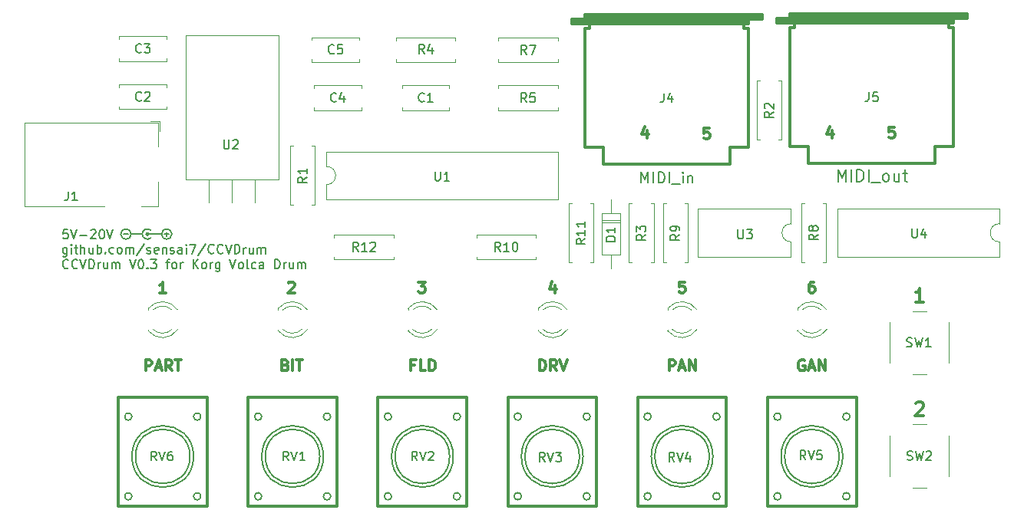
<source format=gbr>
G04 #@! TF.GenerationSoftware,KiCad,Pcbnew,(5.0.2)-1*
G04 #@! TF.CreationDate,2019-04-25T17:40:28+02:00*
G04 #@! TF.ProjectId,CCdrum,43436472-756d-42e6-9b69-6361645f7063,rev?*
G04 #@! TF.SameCoordinates,Original*
G04 #@! TF.FileFunction,Legend,Top*
G04 #@! TF.FilePolarity,Positive*
%FSLAX46Y46*%
G04 Gerber Fmt 4.6, Leading zero omitted, Abs format (unit mm)*
G04 Created by KiCad (PCBNEW (5.0.2)-1) date 25/04/2019 17:40:28*
%MOMM*%
%LPD*%
G01*
G04 APERTURE LIST*
%ADD10C,0.150000*%
%ADD11C,0.200000*%
%ADD12C,0.300000*%
%ADD13C,0.120000*%
%ADD14C,0.304800*%
G04 APERTURE END LIST*
D10*
X42900000Y-127850000D02*
X43350000Y-127850000D01*
X47650000Y-128100000D02*
X47650000Y-127650000D01*
X47400000Y-127850000D02*
X47850000Y-127850000D01*
D11*
X45500000Y-127850000D02*
X47050000Y-127850000D01*
X44850000Y-127850000D02*
X43700000Y-127850000D01*
D12*
X45570711Y-127850000D02*
G75*
G03X45570711Y-127850000I-70711J0D01*
G01*
D11*
X45875820Y-128272797D02*
G75*
G02X45899999Y-127450001I-375820J422797D01*
G01*
X43575721Y-127477494D02*
G75*
G02X43549999Y-128249999I-425721J-372506D01*
G01*
X48200000Y-127850000D02*
G75*
G03X48200000Y-127850000I-565685J0D01*
G01*
X43700000Y-127850000D02*
G75*
G03X43700000Y-127850000I-565685J0D01*
G01*
X36723809Y-127352380D02*
X36247618Y-127352380D01*
X36199999Y-127828571D01*
X36247618Y-127780952D01*
X36342857Y-127733333D01*
X36580952Y-127733333D01*
X36676190Y-127780952D01*
X36723809Y-127828571D01*
X36771428Y-127923809D01*
X36771428Y-128161904D01*
X36723809Y-128257142D01*
X36676190Y-128304761D01*
X36580952Y-128352380D01*
X36342857Y-128352380D01*
X36247618Y-128304761D01*
X36199999Y-128257142D01*
X37057142Y-127352380D02*
X37390476Y-128352380D01*
X37723809Y-127352380D01*
X38057142Y-127971428D02*
X38819047Y-127971428D01*
X39247618Y-127447619D02*
X39295238Y-127400000D01*
X39390476Y-127352380D01*
X39628571Y-127352380D01*
X39723809Y-127400000D01*
X39771428Y-127447619D01*
X39819047Y-127542857D01*
X39819047Y-127638095D01*
X39771428Y-127780952D01*
X39199999Y-128352380D01*
X39819047Y-128352380D01*
X40438095Y-127352380D02*
X40533333Y-127352380D01*
X40628571Y-127400000D01*
X40676190Y-127447619D01*
X40723809Y-127542857D01*
X40771428Y-127733333D01*
X40771428Y-127971428D01*
X40723809Y-128161904D01*
X40676190Y-128257142D01*
X40628571Y-128304761D01*
X40533333Y-128352380D01*
X40438095Y-128352380D01*
X40342857Y-128304761D01*
X40295238Y-128257142D01*
X40247618Y-128161904D01*
X40199999Y-127971428D01*
X40199999Y-127733333D01*
X40247618Y-127542857D01*
X40295238Y-127447619D01*
X40342857Y-127400000D01*
X40438095Y-127352380D01*
X41057142Y-127352380D02*
X41390476Y-128352380D01*
X41723809Y-127352380D01*
D12*
X127885714Y-116042857D02*
X127314285Y-116042857D01*
X127257142Y-116614285D01*
X127314285Y-116557142D01*
X127428571Y-116500000D01*
X127714285Y-116500000D01*
X127828571Y-116557142D01*
X127885714Y-116614285D01*
X127942857Y-116728571D01*
X127942857Y-117014285D01*
X127885714Y-117128571D01*
X127828571Y-117185714D01*
X127714285Y-117242857D01*
X127428571Y-117242857D01*
X127314285Y-117185714D01*
X127257142Y-117128571D01*
X121028571Y-116442857D02*
X121028571Y-117242857D01*
X120742857Y-115985714D02*
X120457142Y-116842857D01*
X121200000Y-116842857D01*
X107485714Y-116142857D02*
X106914285Y-116142857D01*
X106857142Y-116714285D01*
X106914285Y-116657142D01*
X107028571Y-116600000D01*
X107314285Y-116600000D01*
X107428571Y-116657142D01*
X107485714Y-116714285D01*
X107542857Y-116828571D01*
X107542857Y-117114285D01*
X107485714Y-117228571D01*
X107428571Y-117285714D01*
X107314285Y-117342857D01*
X107028571Y-117342857D01*
X106914285Y-117285714D01*
X106857142Y-117228571D01*
X100628571Y-116442857D02*
X100628571Y-117242857D01*
X100342857Y-115985714D02*
X100057142Y-116842857D01*
X100800000Y-116842857D01*
D11*
X36646190Y-129335714D02*
X36646190Y-130145238D01*
X36598571Y-130240476D01*
X36550952Y-130288095D01*
X36455714Y-130335714D01*
X36312857Y-130335714D01*
X36217619Y-130288095D01*
X36646190Y-129954761D02*
X36550952Y-130002380D01*
X36360476Y-130002380D01*
X36265238Y-129954761D01*
X36217619Y-129907142D01*
X36170000Y-129811904D01*
X36170000Y-129526190D01*
X36217619Y-129430952D01*
X36265238Y-129383333D01*
X36360476Y-129335714D01*
X36550952Y-129335714D01*
X36646190Y-129383333D01*
X37122381Y-130002380D02*
X37122381Y-129335714D01*
X37122381Y-129002380D02*
X37074762Y-129050000D01*
X37122381Y-129097619D01*
X37170000Y-129050000D01*
X37122381Y-129002380D01*
X37122381Y-129097619D01*
X37455714Y-129335714D02*
X37836667Y-129335714D01*
X37598571Y-129002380D02*
X37598571Y-129859523D01*
X37646190Y-129954761D01*
X37741429Y-130002380D01*
X37836667Y-130002380D01*
X38170000Y-130002380D02*
X38170000Y-129002380D01*
X38598571Y-130002380D02*
X38598571Y-129478571D01*
X38550952Y-129383333D01*
X38455714Y-129335714D01*
X38312857Y-129335714D01*
X38217619Y-129383333D01*
X38170000Y-129430952D01*
X39503333Y-129335714D02*
X39503333Y-130002380D01*
X39074762Y-129335714D02*
X39074762Y-129859523D01*
X39122381Y-129954761D01*
X39217619Y-130002380D01*
X39360476Y-130002380D01*
X39455714Y-129954761D01*
X39503333Y-129907142D01*
X39979524Y-130002380D02*
X39979524Y-129002380D01*
X39979524Y-129383333D02*
X40074762Y-129335714D01*
X40265238Y-129335714D01*
X40360476Y-129383333D01*
X40408095Y-129430952D01*
X40455714Y-129526190D01*
X40455714Y-129811904D01*
X40408095Y-129907142D01*
X40360476Y-129954761D01*
X40265238Y-130002380D01*
X40074762Y-130002380D01*
X39979524Y-129954761D01*
X40884286Y-129907142D02*
X40931905Y-129954761D01*
X40884286Y-130002380D01*
X40836667Y-129954761D01*
X40884286Y-129907142D01*
X40884286Y-130002380D01*
X41789048Y-129954761D02*
X41693809Y-130002380D01*
X41503333Y-130002380D01*
X41408095Y-129954761D01*
X41360476Y-129907142D01*
X41312857Y-129811904D01*
X41312857Y-129526190D01*
X41360476Y-129430952D01*
X41408095Y-129383333D01*
X41503333Y-129335714D01*
X41693809Y-129335714D01*
X41789048Y-129383333D01*
X42360476Y-130002380D02*
X42265238Y-129954761D01*
X42217619Y-129907142D01*
X42170000Y-129811904D01*
X42170000Y-129526190D01*
X42217619Y-129430952D01*
X42265238Y-129383333D01*
X42360476Y-129335714D01*
X42503333Y-129335714D01*
X42598571Y-129383333D01*
X42646190Y-129430952D01*
X42693809Y-129526190D01*
X42693809Y-129811904D01*
X42646190Y-129907142D01*
X42598571Y-129954761D01*
X42503333Y-130002380D01*
X42360476Y-130002380D01*
X43122381Y-130002380D02*
X43122381Y-129335714D01*
X43122381Y-129430952D02*
X43170000Y-129383333D01*
X43265238Y-129335714D01*
X43408095Y-129335714D01*
X43503333Y-129383333D01*
X43550952Y-129478571D01*
X43550952Y-130002380D01*
X43550952Y-129478571D02*
X43598571Y-129383333D01*
X43693809Y-129335714D01*
X43836667Y-129335714D01*
X43931905Y-129383333D01*
X43979524Y-129478571D01*
X43979524Y-130002380D01*
X45170000Y-128954761D02*
X44312857Y-130240476D01*
X45455714Y-129954761D02*
X45550952Y-130002380D01*
X45741429Y-130002380D01*
X45836667Y-129954761D01*
X45884286Y-129859523D01*
X45884286Y-129811904D01*
X45836667Y-129716666D01*
X45741429Y-129669047D01*
X45598571Y-129669047D01*
X45503333Y-129621428D01*
X45455714Y-129526190D01*
X45455714Y-129478571D01*
X45503333Y-129383333D01*
X45598571Y-129335714D01*
X45741429Y-129335714D01*
X45836667Y-129383333D01*
X46693809Y-129954761D02*
X46598571Y-130002380D01*
X46408095Y-130002380D01*
X46312857Y-129954761D01*
X46265238Y-129859523D01*
X46265238Y-129478571D01*
X46312857Y-129383333D01*
X46408095Y-129335714D01*
X46598571Y-129335714D01*
X46693809Y-129383333D01*
X46741429Y-129478571D01*
X46741429Y-129573809D01*
X46265238Y-129669047D01*
X47170000Y-129335714D02*
X47170000Y-130002380D01*
X47170000Y-129430952D02*
X47217619Y-129383333D01*
X47312857Y-129335714D01*
X47455714Y-129335714D01*
X47550952Y-129383333D01*
X47598571Y-129478571D01*
X47598571Y-130002380D01*
X48027143Y-129954761D02*
X48122381Y-130002380D01*
X48312857Y-130002380D01*
X48408095Y-129954761D01*
X48455714Y-129859523D01*
X48455714Y-129811904D01*
X48408095Y-129716666D01*
X48312857Y-129669047D01*
X48170000Y-129669047D01*
X48074762Y-129621428D01*
X48027143Y-129526190D01*
X48027143Y-129478571D01*
X48074762Y-129383333D01*
X48170000Y-129335714D01*
X48312857Y-129335714D01*
X48408095Y-129383333D01*
X49312857Y-130002380D02*
X49312857Y-129478571D01*
X49265238Y-129383333D01*
X49170000Y-129335714D01*
X48979524Y-129335714D01*
X48884286Y-129383333D01*
X49312857Y-129954761D02*
X49217619Y-130002380D01*
X48979524Y-130002380D01*
X48884286Y-129954761D01*
X48836667Y-129859523D01*
X48836667Y-129764285D01*
X48884286Y-129669047D01*
X48979524Y-129621428D01*
X49217619Y-129621428D01*
X49312857Y-129573809D01*
X49789048Y-130002380D02*
X49789048Y-129335714D01*
X49789048Y-129002380D02*
X49741429Y-129050000D01*
X49789048Y-129097619D01*
X49836667Y-129050000D01*
X49789048Y-129002380D01*
X49789048Y-129097619D01*
X50170000Y-129002380D02*
X50836667Y-129002380D01*
X50408095Y-130002380D01*
X51931905Y-128954761D02*
X51074762Y-130240476D01*
X52836667Y-129907142D02*
X52789048Y-129954761D01*
X52646190Y-130002380D01*
X52550952Y-130002380D01*
X52408095Y-129954761D01*
X52312857Y-129859523D01*
X52265238Y-129764285D01*
X52217619Y-129573809D01*
X52217619Y-129430952D01*
X52265238Y-129240476D01*
X52312857Y-129145238D01*
X52408095Y-129050000D01*
X52550952Y-129002380D01*
X52646190Y-129002380D01*
X52789048Y-129050000D01*
X52836667Y-129097619D01*
X53836667Y-129907142D02*
X53789048Y-129954761D01*
X53646190Y-130002380D01*
X53550952Y-130002380D01*
X53408095Y-129954761D01*
X53312857Y-129859523D01*
X53265238Y-129764285D01*
X53217619Y-129573809D01*
X53217619Y-129430952D01*
X53265238Y-129240476D01*
X53312857Y-129145238D01*
X53408095Y-129050000D01*
X53550952Y-129002380D01*
X53646190Y-129002380D01*
X53789048Y-129050000D01*
X53836667Y-129097619D01*
X54122381Y-129002380D02*
X54455714Y-130002380D01*
X54789048Y-129002380D01*
X55122381Y-130002380D02*
X55122381Y-129002380D01*
X55360476Y-129002380D01*
X55503333Y-129050000D01*
X55598571Y-129145238D01*
X55646190Y-129240476D01*
X55693809Y-129430952D01*
X55693809Y-129573809D01*
X55646190Y-129764285D01*
X55598571Y-129859523D01*
X55503333Y-129954761D01*
X55360476Y-130002380D01*
X55122381Y-130002380D01*
X56122381Y-130002380D02*
X56122381Y-129335714D01*
X56122381Y-129526190D02*
X56170000Y-129430952D01*
X56217619Y-129383333D01*
X56312857Y-129335714D01*
X56408095Y-129335714D01*
X57170000Y-129335714D02*
X57170000Y-130002380D01*
X56741429Y-129335714D02*
X56741429Y-129859523D01*
X56789048Y-129954761D01*
X56884286Y-130002380D01*
X57027143Y-130002380D01*
X57122381Y-129954761D01*
X57170000Y-129907142D01*
X57646190Y-130002380D02*
X57646190Y-129335714D01*
X57646190Y-129430952D02*
X57693809Y-129383333D01*
X57789048Y-129335714D01*
X57931905Y-129335714D01*
X58027143Y-129383333D01*
X58074762Y-129478571D01*
X58074762Y-130002380D01*
X58074762Y-129478571D02*
X58122381Y-129383333D01*
X58217619Y-129335714D01*
X58360476Y-129335714D01*
X58455714Y-129383333D01*
X58503333Y-129478571D01*
X58503333Y-130002380D01*
X36789047Y-131557142D02*
X36741428Y-131604761D01*
X36598571Y-131652380D01*
X36503333Y-131652380D01*
X36360476Y-131604761D01*
X36265238Y-131509523D01*
X36217619Y-131414285D01*
X36169999Y-131223809D01*
X36169999Y-131080952D01*
X36217619Y-130890476D01*
X36265238Y-130795238D01*
X36360476Y-130700000D01*
X36503333Y-130652380D01*
X36598571Y-130652380D01*
X36741428Y-130700000D01*
X36789047Y-130747619D01*
X37789047Y-131557142D02*
X37741428Y-131604761D01*
X37598571Y-131652380D01*
X37503333Y-131652380D01*
X37360476Y-131604761D01*
X37265238Y-131509523D01*
X37217619Y-131414285D01*
X37169999Y-131223809D01*
X37169999Y-131080952D01*
X37217619Y-130890476D01*
X37265238Y-130795238D01*
X37360476Y-130700000D01*
X37503333Y-130652380D01*
X37598571Y-130652380D01*
X37741428Y-130700000D01*
X37789047Y-130747619D01*
X38074761Y-130652380D02*
X38408095Y-131652380D01*
X38741428Y-130652380D01*
X39074761Y-131652380D02*
X39074761Y-130652380D01*
X39312857Y-130652380D01*
X39455714Y-130700000D01*
X39550952Y-130795238D01*
X39598571Y-130890476D01*
X39646190Y-131080952D01*
X39646190Y-131223809D01*
X39598571Y-131414285D01*
X39550952Y-131509523D01*
X39455714Y-131604761D01*
X39312857Y-131652380D01*
X39074761Y-131652380D01*
X40074761Y-131652380D02*
X40074761Y-130985714D01*
X40074761Y-131176190D02*
X40122380Y-131080952D01*
X40169999Y-131033333D01*
X40265238Y-130985714D01*
X40360476Y-130985714D01*
X41122380Y-130985714D02*
X41122380Y-131652380D01*
X40693809Y-130985714D02*
X40693809Y-131509523D01*
X40741428Y-131604761D01*
X40836666Y-131652380D01*
X40979523Y-131652380D01*
X41074761Y-131604761D01*
X41122380Y-131557142D01*
X41598571Y-131652380D02*
X41598571Y-130985714D01*
X41598571Y-131080952D02*
X41646190Y-131033333D01*
X41741428Y-130985714D01*
X41884285Y-130985714D01*
X41979523Y-131033333D01*
X42027142Y-131128571D01*
X42027142Y-131652380D01*
X42027142Y-131128571D02*
X42074761Y-131033333D01*
X42169999Y-130985714D01*
X42312857Y-130985714D01*
X42408095Y-131033333D01*
X42455714Y-131128571D01*
X42455714Y-131652380D01*
X43550952Y-130652380D02*
X43884285Y-131652380D01*
X44217619Y-130652380D01*
X44741428Y-130652380D02*
X44836666Y-130652380D01*
X44931904Y-130700000D01*
X44979523Y-130747619D01*
X45027142Y-130842857D01*
X45074761Y-131033333D01*
X45074761Y-131271428D01*
X45027142Y-131461904D01*
X44979523Y-131557142D01*
X44931904Y-131604761D01*
X44836666Y-131652380D01*
X44741428Y-131652380D01*
X44646190Y-131604761D01*
X44598571Y-131557142D01*
X44550952Y-131461904D01*
X44503333Y-131271428D01*
X44503333Y-131033333D01*
X44550952Y-130842857D01*
X44598571Y-130747619D01*
X44646190Y-130700000D01*
X44741428Y-130652380D01*
X45503333Y-131557142D02*
X45550952Y-131604761D01*
X45503333Y-131652380D01*
X45455714Y-131604761D01*
X45503333Y-131557142D01*
X45503333Y-131652380D01*
X45884285Y-130652380D02*
X46503333Y-130652380D01*
X46169999Y-131033333D01*
X46312857Y-131033333D01*
X46408095Y-131080952D01*
X46455714Y-131128571D01*
X46503333Y-131223809D01*
X46503333Y-131461904D01*
X46455714Y-131557142D01*
X46408095Y-131604761D01*
X46312857Y-131652380D01*
X46027142Y-131652380D01*
X45931904Y-131604761D01*
X45884285Y-131557142D01*
X47550952Y-130985714D02*
X47931904Y-130985714D01*
X47693809Y-131652380D02*
X47693809Y-130795238D01*
X47741428Y-130700000D01*
X47836666Y-130652380D01*
X47931904Y-130652380D01*
X48408095Y-131652380D02*
X48312857Y-131604761D01*
X48265238Y-131557142D01*
X48217619Y-131461904D01*
X48217619Y-131176190D01*
X48265238Y-131080952D01*
X48312857Y-131033333D01*
X48408095Y-130985714D01*
X48550952Y-130985714D01*
X48646190Y-131033333D01*
X48693809Y-131080952D01*
X48741428Y-131176190D01*
X48741428Y-131461904D01*
X48693809Y-131557142D01*
X48646190Y-131604761D01*
X48550952Y-131652380D01*
X48408095Y-131652380D01*
X49169999Y-131652380D02*
X49169999Y-130985714D01*
X49169999Y-131176190D02*
X49217619Y-131080952D01*
X49265238Y-131033333D01*
X49360476Y-130985714D01*
X49455714Y-130985714D01*
X50550952Y-131652380D02*
X50550952Y-130652380D01*
X51122380Y-131652380D02*
X50693809Y-131080952D01*
X51122380Y-130652380D02*
X50550952Y-131223809D01*
X51693809Y-131652380D02*
X51598571Y-131604761D01*
X51550952Y-131557142D01*
X51503333Y-131461904D01*
X51503333Y-131176190D01*
X51550952Y-131080952D01*
X51598571Y-131033333D01*
X51693809Y-130985714D01*
X51836666Y-130985714D01*
X51931904Y-131033333D01*
X51979523Y-131080952D01*
X52027142Y-131176190D01*
X52027142Y-131461904D01*
X51979523Y-131557142D01*
X51931904Y-131604761D01*
X51836666Y-131652380D01*
X51693809Y-131652380D01*
X52455714Y-131652380D02*
X52455714Y-130985714D01*
X52455714Y-131176190D02*
X52503333Y-131080952D01*
X52550952Y-131033333D01*
X52646190Y-130985714D01*
X52741428Y-130985714D01*
X53503333Y-130985714D02*
X53503333Y-131795238D01*
X53455714Y-131890476D01*
X53408095Y-131938095D01*
X53312857Y-131985714D01*
X53169999Y-131985714D01*
X53074761Y-131938095D01*
X53503333Y-131604761D02*
X53408095Y-131652380D01*
X53217619Y-131652380D01*
X53122380Y-131604761D01*
X53074761Y-131557142D01*
X53027142Y-131461904D01*
X53027142Y-131176190D01*
X53074761Y-131080952D01*
X53122380Y-131033333D01*
X53217619Y-130985714D01*
X53408095Y-130985714D01*
X53503333Y-131033333D01*
X54598571Y-130652380D02*
X54931904Y-131652380D01*
X55265238Y-130652380D01*
X55741428Y-131652380D02*
X55646190Y-131604761D01*
X55598571Y-131557142D01*
X55550952Y-131461904D01*
X55550952Y-131176190D01*
X55598571Y-131080952D01*
X55646190Y-131033333D01*
X55741428Y-130985714D01*
X55884285Y-130985714D01*
X55979523Y-131033333D01*
X56027142Y-131080952D01*
X56074761Y-131176190D01*
X56074761Y-131461904D01*
X56027142Y-131557142D01*
X55979523Y-131604761D01*
X55884285Y-131652380D01*
X55741428Y-131652380D01*
X56646190Y-131652380D02*
X56550952Y-131604761D01*
X56503333Y-131509523D01*
X56503333Y-130652380D01*
X57455714Y-131604761D02*
X57360476Y-131652380D01*
X57169999Y-131652380D01*
X57074761Y-131604761D01*
X57027142Y-131557142D01*
X56979523Y-131461904D01*
X56979523Y-131176190D01*
X57027142Y-131080952D01*
X57074761Y-131033333D01*
X57169999Y-130985714D01*
X57360476Y-130985714D01*
X57455714Y-131033333D01*
X58312857Y-131652380D02*
X58312857Y-131128571D01*
X58265238Y-131033333D01*
X58169999Y-130985714D01*
X57979523Y-130985714D01*
X57884285Y-131033333D01*
X58312857Y-131604761D02*
X58217619Y-131652380D01*
X57979523Y-131652380D01*
X57884285Y-131604761D01*
X57836666Y-131509523D01*
X57836666Y-131414285D01*
X57884285Y-131319047D01*
X57979523Y-131271428D01*
X58217619Y-131271428D01*
X58312857Y-131223809D01*
X59550952Y-131652380D02*
X59550952Y-130652380D01*
X59789047Y-130652380D01*
X59931904Y-130700000D01*
X60027142Y-130795238D01*
X60074761Y-130890476D01*
X60122380Y-131080952D01*
X60122380Y-131223809D01*
X60074761Y-131414285D01*
X60027142Y-131509523D01*
X59931904Y-131604761D01*
X59789047Y-131652380D01*
X59550952Y-131652380D01*
X60550952Y-131652380D02*
X60550952Y-130985714D01*
X60550952Y-131176190D02*
X60598571Y-131080952D01*
X60646190Y-131033333D01*
X60741428Y-130985714D01*
X60836666Y-130985714D01*
X61598571Y-130985714D02*
X61598571Y-131652380D01*
X61169999Y-130985714D02*
X61169999Y-131509523D01*
X61217619Y-131604761D01*
X61312857Y-131652380D01*
X61455714Y-131652380D01*
X61550952Y-131604761D01*
X61598571Y-131557142D01*
X62074761Y-131652380D02*
X62074761Y-130985714D01*
X62074761Y-131080952D02*
X62122380Y-131033333D01*
X62217619Y-130985714D01*
X62360476Y-130985714D01*
X62455714Y-131033333D01*
X62503333Y-131128571D01*
X62503333Y-131652380D01*
X62503333Y-131128571D02*
X62550952Y-131033333D01*
X62646190Y-130985714D01*
X62789047Y-130985714D01*
X62884285Y-131033333D01*
X62931904Y-131128571D01*
X62931904Y-131652380D01*
D12*
X75400000Y-133142857D02*
X76142857Y-133142857D01*
X75742857Y-133600000D01*
X75914285Y-133600000D01*
X76028571Y-133657142D01*
X76085714Y-133714285D01*
X76142857Y-133828571D01*
X76142857Y-134114285D01*
X76085714Y-134228571D01*
X76028571Y-134285714D01*
X75914285Y-134342857D01*
X75571428Y-134342857D01*
X75457142Y-134285714D01*
X75400000Y-134228571D01*
X61057142Y-133257142D02*
X61114285Y-133200000D01*
X61228571Y-133142857D01*
X61514285Y-133142857D01*
X61628571Y-133200000D01*
X61685714Y-133257142D01*
X61742857Y-133371428D01*
X61742857Y-133485714D01*
X61685714Y-133657142D01*
X61000000Y-134342857D01*
X61742857Y-134342857D01*
X90428571Y-133542857D02*
X90428571Y-134342857D01*
X90142857Y-133085714D02*
X89857142Y-133942857D01*
X90600000Y-133942857D01*
X119028571Y-133142857D02*
X118800000Y-133142857D01*
X118685714Y-133200000D01*
X118628571Y-133257142D01*
X118514285Y-133428571D01*
X118457142Y-133657142D01*
X118457142Y-134114285D01*
X118514285Y-134228571D01*
X118571428Y-134285714D01*
X118685714Y-134342857D01*
X118914285Y-134342857D01*
X119028571Y-134285714D01*
X119085714Y-134228571D01*
X119142857Y-134114285D01*
X119142857Y-133828571D01*
X119085714Y-133714285D01*
X119028571Y-133657142D01*
X118914285Y-133600000D01*
X118685714Y-133600000D01*
X118571428Y-133657142D01*
X118514285Y-133714285D01*
X118457142Y-133828571D01*
X104785714Y-133142857D02*
X104214285Y-133142857D01*
X104157142Y-133714285D01*
X104214285Y-133657142D01*
X104328571Y-133600000D01*
X104614285Y-133600000D01*
X104728571Y-133657142D01*
X104785714Y-133714285D01*
X104842857Y-133828571D01*
X104842857Y-134114285D01*
X104785714Y-134228571D01*
X104728571Y-134285714D01*
X104614285Y-134342857D01*
X104328571Y-134342857D01*
X104214285Y-134285714D01*
X104157142Y-134228571D01*
X47542857Y-134342857D02*
X46857142Y-134342857D01*
X47200000Y-134342857D02*
X47200000Y-133142857D01*
X47085714Y-133314285D01*
X46971428Y-133428571D01*
X46857142Y-133485714D01*
X130271428Y-146521428D02*
X130342857Y-146450000D01*
X130485714Y-146378571D01*
X130842857Y-146378571D01*
X130985714Y-146450000D01*
X131057142Y-146521428D01*
X131128571Y-146664285D01*
X131128571Y-146807142D01*
X131057142Y-147021428D01*
X130200000Y-147878571D01*
X131128571Y-147878571D01*
X131128571Y-135378571D02*
X130271428Y-135378571D01*
X130700000Y-135378571D02*
X130700000Y-133878571D01*
X130557142Y-134092857D01*
X130414285Y-134235714D01*
X130271428Y-134307142D01*
X117971428Y-141800000D02*
X117857142Y-141742857D01*
X117685714Y-141742857D01*
X117514285Y-141800000D01*
X117400000Y-141914285D01*
X117342857Y-142028571D01*
X117285714Y-142257142D01*
X117285714Y-142428571D01*
X117342857Y-142657142D01*
X117400000Y-142771428D01*
X117514285Y-142885714D01*
X117685714Y-142942857D01*
X117800000Y-142942857D01*
X117971428Y-142885714D01*
X118028571Y-142828571D01*
X118028571Y-142428571D01*
X117800000Y-142428571D01*
X118485714Y-142600000D02*
X119057142Y-142600000D01*
X118371428Y-142942857D02*
X118771428Y-141742857D01*
X119171428Y-142942857D01*
X119571428Y-142942857D02*
X119571428Y-141742857D01*
X120257142Y-142942857D01*
X120257142Y-141742857D01*
X103042857Y-142942857D02*
X103042857Y-141742857D01*
X103500000Y-141742857D01*
X103614285Y-141800000D01*
X103671428Y-141857142D01*
X103728571Y-141971428D01*
X103728571Y-142142857D01*
X103671428Y-142257142D01*
X103614285Y-142314285D01*
X103500000Y-142371428D01*
X103042857Y-142371428D01*
X104185714Y-142600000D02*
X104757142Y-142600000D01*
X104071428Y-142942857D02*
X104471428Y-141742857D01*
X104871428Y-142942857D01*
X105271428Y-142942857D02*
X105271428Y-141742857D01*
X105957142Y-142942857D01*
X105957142Y-141742857D01*
X88771428Y-142942857D02*
X88771428Y-141742857D01*
X89057142Y-141742857D01*
X89228571Y-141800000D01*
X89342857Y-141914285D01*
X89400000Y-142028571D01*
X89457142Y-142257142D01*
X89457142Y-142428571D01*
X89400000Y-142657142D01*
X89342857Y-142771428D01*
X89228571Y-142885714D01*
X89057142Y-142942857D01*
X88771428Y-142942857D01*
X90657142Y-142942857D02*
X90257142Y-142371428D01*
X89971428Y-142942857D02*
X89971428Y-141742857D01*
X90428571Y-141742857D01*
X90542857Y-141800000D01*
X90600000Y-141857142D01*
X90657142Y-141971428D01*
X90657142Y-142142857D01*
X90600000Y-142257142D01*
X90542857Y-142314285D01*
X90428571Y-142371428D01*
X89971428Y-142371428D01*
X91000000Y-141742857D02*
X91400000Y-142942857D01*
X91800000Y-141742857D01*
X74985714Y-142314285D02*
X74585714Y-142314285D01*
X74585714Y-142942857D02*
X74585714Y-141742857D01*
X75157142Y-141742857D01*
X76185714Y-142942857D02*
X75614285Y-142942857D01*
X75614285Y-141742857D01*
X76585714Y-142942857D02*
X76585714Y-141742857D01*
X76871428Y-141742857D01*
X77042857Y-141800000D01*
X77157142Y-141914285D01*
X77214285Y-142028571D01*
X77271428Y-142257142D01*
X77271428Y-142428571D01*
X77214285Y-142657142D01*
X77157142Y-142771428D01*
X77042857Y-142885714D01*
X76871428Y-142942857D01*
X76585714Y-142942857D01*
X60742857Y-142314285D02*
X60914285Y-142371428D01*
X60971428Y-142428571D01*
X61028571Y-142542857D01*
X61028571Y-142714285D01*
X60971428Y-142828571D01*
X60914285Y-142885714D01*
X60800000Y-142942857D01*
X60342857Y-142942857D01*
X60342857Y-141742857D01*
X60742857Y-141742857D01*
X60857142Y-141800000D01*
X60914285Y-141857142D01*
X60971428Y-141971428D01*
X60971428Y-142085714D01*
X60914285Y-142200000D01*
X60857142Y-142257142D01*
X60742857Y-142314285D01*
X60342857Y-142314285D01*
X61542857Y-142942857D02*
X61542857Y-141742857D01*
X61942857Y-141742857D02*
X62628571Y-141742857D01*
X62285714Y-142942857D02*
X62285714Y-141742857D01*
X45314285Y-142942857D02*
X45314285Y-141742857D01*
X45771428Y-141742857D01*
X45885714Y-141800000D01*
X45942857Y-141857142D01*
X46000000Y-141971428D01*
X46000000Y-142142857D01*
X45942857Y-142257142D01*
X45885714Y-142314285D01*
X45771428Y-142371428D01*
X45314285Y-142371428D01*
X46457142Y-142600000D02*
X47028571Y-142600000D01*
X46342857Y-142942857D02*
X46742857Y-141742857D01*
X47142857Y-142942857D01*
X48228571Y-142942857D02*
X47828571Y-142371428D01*
X47542857Y-142942857D02*
X47542857Y-141742857D01*
X48000000Y-141742857D01*
X48114285Y-141800000D01*
X48171428Y-141857142D01*
X48228571Y-141971428D01*
X48228571Y-142142857D01*
X48171428Y-142257142D01*
X48114285Y-142314285D01*
X48000000Y-142371428D01*
X47542857Y-142371428D01*
X48571428Y-141742857D02*
X49257142Y-141742857D01*
X48914285Y-142942857D02*
X48914285Y-141742857D01*
D13*
G04 #@! TO.C,U4*
X139480000Y-128710000D02*
G75*
G02X139480000Y-126710000I0J1000000D01*
G01*
X139480000Y-126710000D02*
X139480000Y-125060000D01*
X139480000Y-125060000D02*
X121580000Y-125060000D01*
X121580000Y-125060000D02*
X121580000Y-130360000D01*
X121580000Y-130360000D02*
X139480000Y-130360000D01*
X139480000Y-130360000D02*
X139480000Y-128710000D01*
G04 #@! TO.C,D1*
X97683333Y-130101511D02*
X95651333Y-130101511D01*
X97683333Y-125529511D02*
X97683333Y-130101511D01*
X95651333Y-125529511D02*
X97683333Y-125529511D01*
X95651333Y-130101511D02*
X95651333Y-125529511D01*
X96667333Y-130101511D02*
X96667333Y-131625511D01*
X96667333Y-124005511D02*
X96667333Y-125529511D01*
X95651333Y-126545511D02*
X97683333Y-126545511D01*
X97683333Y-126291511D02*
X95651333Y-126291511D01*
G04 #@! TO.C,U2*
X57380000Y-121810000D02*
X57380000Y-124350000D01*
X54840000Y-121810000D02*
X54840000Y-124350000D01*
X52300000Y-121810000D02*
X52300000Y-124350000D01*
X59960000Y-105920000D02*
X59960000Y-121810000D01*
X49720000Y-105920000D02*
X49720000Y-121810000D01*
X49720000Y-105920000D02*
X59960000Y-105920000D01*
X49720000Y-121810000D02*
X59960000Y-121810000D01*
D14*
G04 #@! TO.C,J4*
X95800240Y-118260000D02*
X95800240Y-120150000D01*
X109800240Y-118260000D02*
X109800240Y-120150000D01*
X95790000Y-118250240D02*
X93800000Y-118250240D01*
X111790000Y-118250240D02*
X109800000Y-118250240D01*
X92299640Y-104651160D02*
X92299640Y-104150780D01*
X113300360Y-103650400D02*
X113300360Y-104150780D01*
X111298840Y-105149000D02*
X111298840Y-104651160D01*
X94301160Y-104651160D02*
X94301160Y-105149000D01*
X111799220Y-105149000D02*
X111298840Y-105149000D01*
X93800780Y-105149000D02*
X94301160Y-105149000D01*
X111799220Y-104651160D02*
X92299640Y-104651160D01*
X111799220Y-104150780D02*
X111799220Y-104651160D01*
X113300360Y-104150780D02*
X111799220Y-104150780D01*
X93800780Y-103650400D02*
X113300360Y-103650400D01*
X93800780Y-104150780D02*
X93800780Y-103650400D01*
X92299640Y-104150780D02*
X93800780Y-104150780D01*
X93800780Y-118230000D02*
X93800780Y-105149000D01*
X109800000Y-120150240D02*
X95800000Y-120150240D01*
X111799220Y-118230000D02*
X111799220Y-105149000D01*
X113300360Y-103899320D02*
X93800780Y-103899320D01*
X93800780Y-104150780D02*
X111799220Y-104150780D01*
X111799220Y-104399700D02*
X92299640Y-104399700D01*
G04 #@! TO.C,J5*
X118400240Y-118160000D02*
X118400240Y-120050000D01*
X132400240Y-118160000D02*
X132400240Y-120050000D01*
X118390000Y-118150240D02*
X116400000Y-118150240D01*
X134390000Y-118150240D02*
X132400000Y-118150240D01*
X114899640Y-104551160D02*
X114899640Y-104050780D01*
X135900360Y-103550400D02*
X135900360Y-104050780D01*
X133898840Y-105049000D02*
X133898840Y-104551160D01*
X116901160Y-104551160D02*
X116901160Y-105049000D01*
X134399220Y-105049000D02*
X133898840Y-105049000D01*
X116400780Y-105049000D02*
X116901160Y-105049000D01*
X134399220Y-104551160D02*
X114899640Y-104551160D01*
X134399220Y-104050780D02*
X134399220Y-104551160D01*
X135900360Y-104050780D02*
X134399220Y-104050780D01*
X116400780Y-103550400D02*
X135900360Y-103550400D01*
X116400780Y-104050780D02*
X116400780Y-103550400D01*
X114899640Y-104050780D02*
X116400780Y-104050780D01*
X116400780Y-118130000D02*
X116400780Y-105049000D01*
X132400000Y-120050240D02*
X118400000Y-120050240D01*
X134399220Y-118130000D02*
X134399220Y-105049000D01*
X135900360Y-103799320D02*
X116400780Y-103799320D01*
X116400780Y-104050780D02*
X134399220Y-104050780D01*
X134399220Y-104299700D02*
X114899640Y-104299700D01*
D13*
G04 #@! TO.C,U3*
X116497332Y-130360000D02*
X116497332Y-128710000D01*
X106217332Y-130360000D02*
X116497332Y-130360000D01*
X106217332Y-125060000D02*
X106217332Y-130360000D01*
X116497332Y-125060000D02*
X106217332Y-125060000D01*
X116497332Y-126710000D02*
X116497332Y-125060000D01*
X116497332Y-128710000D02*
G75*
G02X116497332Y-126710000I0J1000000D01*
G01*
G04 #@! TO.C,J1*
X46700000Y-115600000D02*
X46700000Y-118200000D01*
X32000000Y-115600000D02*
X46700000Y-115600000D01*
X46700000Y-124800000D02*
X44800000Y-124800000D01*
X46700000Y-122100000D02*
X46700000Y-124800000D01*
X32000000Y-124800000D02*
X32000000Y-115600000D01*
X40800000Y-124800000D02*
X32000000Y-124800000D01*
X45850000Y-115400000D02*
X46900000Y-115400000D01*
X46900000Y-116450000D02*
X46900000Y-115400000D01*
G04 #@! TO.C,D4*
X88610000Y-138380000D02*
X88610000Y-138536000D01*
X88610000Y-136064000D02*
X88610000Y-136220000D01*
X91211130Y-138379837D02*
G75*
G02X89129039Y-138380000I-1041130J1079837D01*
G01*
X91211130Y-136220163D02*
G75*
G03X89129039Y-136220000I-1041130J-1079837D01*
G01*
X91842335Y-138378608D02*
G75*
G02X88610000Y-138535516I-1672335J1078608D01*
G01*
X91842335Y-136221392D02*
G75*
G03X88610000Y-136064484I-1672335J-1078608D01*
G01*
G04 #@! TO.C,D5*
X102890000Y-138380000D02*
X102890000Y-138536000D01*
X102890000Y-136064000D02*
X102890000Y-136220000D01*
X105491130Y-138379837D02*
G75*
G02X103409039Y-138380000I-1041130J1079837D01*
G01*
X105491130Y-136220163D02*
G75*
G03X103409039Y-136220000I-1041130J-1079837D01*
G01*
X106122335Y-138378608D02*
G75*
G02X102890000Y-138535516I-1672335J1078608D01*
G01*
X106122335Y-136221392D02*
G75*
G03X102890000Y-136064484I-1672335J-1078608D01*
G01*
G04 #@! TO.C,D3*
X74250000Y-138380000D02*
X74250000Y-138536000D01*
X74250000Y-136064000D02*
X74250000Y-136220000D01*
X76851130Y-138379837D02*
G75*
G02X74769039Y-138380000I-1041130J1079837D01*
G01*
X76851130Y-136220163D02*
G75*
G03X74769039Y-136220000I-1041130J-1079837D01*
G01*
X77482335Y-138378608D02*
G75*
G02X74250000Y-138535516I-1672335J1078608D01*
G01*
X77482335Y-136221392D02*
G75*
G03X74250000Y-136064484I-1672335J-1078608D01*
G01*
G04 #@! TO.C,D6*
X117210000Y-138380000D02*
X117210000Y-138536000D01*
X117210000Y-136064000D02*
X117210000Y-136220000D01*
X119811130Y-138379837D02*
G75*
G02X117729039Y-138380000I-1041130J1079837D01*
G01*
X119811130Y-136220163D02*
G75*
G03X117729039Y-136220000I-1041130J-1079837D01*
G01*
X120442335Y-138378608D02*
G75*
G02X117210000Y-138535516I-1672335J1078608D01*
G01*
X120442335Y-136221392D02*
G75*
G03X117210000Y-136064484I-1672335J-1078608D01*
G01*
G04 #@! TO.C,D7*
X45610000Y-138380000D02*
X45610000Y-138536000D01*
X45610000Y-136064000D02*
X45610000Y-136220000D01*
X48211130Y-138379837D02*
G75*
G02X46129039Y-138380000I-1041130J1079837D01*
G01*
X48211130Y-136220163D02*
G75*
G03X46129039Y-136220000I-1041130J-1079837D01*
G01*
X48842335Y-138378608D02*
G75*
G02X45610000Y-138535516I-1672335J1078608D01*
G01*
X48842335Y-136221392D02*
G75*
G03X45610000Y-136064484I-1672335J-1078608D01*
G01*
G04 #@! TO.C,D2*
X59930000Y-138380000D02*
X59930000Y-138536000D01*
X59930000Y-136064000D02*
X59930000Y-136220000D01*
X62531130Y-138379837D02*
G75*
G02X60449039Y-138380000I-1041130J1079837D01*
G01*
X62531130Y-136220163D02*
G75*
G03X60449039Y-136220000I-1041130J-1079837D01*
G01*
X63162335Y-138378608D02*
G75*
G02X59930000Y-138535516I-1672335J1078608D01*
G01*
X63162335Y-136221392D02*
G75*
G03X59930000Y-136064484I-1672335J-1078608D01*
G01*
G04 #@! TO.C,R11*
X91980000Y-131010000D02*
X92310000Y-131010000D01*
X91980000Y-124470000D02*
X91980000Y-131010000D01*
X92310000Y-124470000D02*
X91980000Y-124470000D01*
X94720000Y-131010000D02*
X94390000Y-131010000D01*
X94720000Y-124470000D02*
X94720000Y-131010000D01*
X94390000Y-124470000D02*
X94720000Y-124470000D01*
G04 #@! TO.C,R12*
X66120000Y-127930000D02*
X66120000Y-128260000D01*
X72660000Y-127930000D02*
X66120000Y-127930000D01*
X72660000Y-128260000D02*
X72660000Y-127930000D01*
X66120000Y-130670000D02*
X66120000Y-130340000D01*
X72660000Y-130670000D02*
X66120000Y-130670000D01*
X72660000Y-130340000D02*
X72660000Y-130670000D01*
G04 #@! TO.C,R10*
X81820000Y-127930000D02*
X81820000Y-128260000D01*
X88360000Y-127930000D02*
X81820000Y-127930000D01*
X88360000Y-128260000D02*
X88360000Y-127930000D01*
X81820000Y-130670000D02*
X81820000Y-130340000D01*
X88360000Y-130670000D02*
X81820000Y-130670000D01*
X88360000Y-130340000D02*
X88360000Y-130670000D01*
G04 #@! TO.C,U1*
X65270000Y-118740000D02*
X65270000Y-120390000D01*
X90790000Y-118740000D02*
X65270000Y-118740000D01*
X90790000Y-124040000D02*
X90790000Y-118740000D01*
X65270000Y-124040000D02*
X90790000Y-124040000D01*
X65270000Y-122390000D02*
X65270000Y-124040000D01*
X65270000Y-120390000D02*
G75*
G02X65270000Y-122390000I0J-1000000D01*
G01*
D11*
G04 #@! TO.C,RV5*
X122201060Y-152400000D02*
G75*
G03X122201060Y-152400000I-3401060J0D01*
G01*
X121799740Y-152400000D02*
G75*
G03X121799740Y-152400000I-2999740J0D01*
G01*
X123000000Y-156800000D02*
G75*
G03X123000000Y-156800000I-400000J0D01*
G01*
X115400000Y-156800000D02*
G75*
G03X115400000Y-156800000I-400000J0D01*
G01*
X123000000Y-148000000D02*
G75*
G03X123000000Y-148000000I-400000J0D01*
G01*
X115400000Y-148000000D02*
G75*
G03X115400000Y-148000000I-400000J0D01*
G01*
D12*
X123700000Y-157900000D02*
X113900000Y-157900000D01*
X123700000Y-145900000D02*
X113900000Y-145900000D01*
X123700000Y-145900000D02*
X123700000Y-157900000D01*
X113900000Y-157900000D02*
X113900000Y-145900000D01*
D13*
G04 #@! TO.C,C5*
X63633333Y-106445000D02*
X63633333Y-106130000D01*
X63633333Y-108870000D02*
X63633333Y-108555000D01*
X68873333Y-106445000D02*
X68873333Y-106130000D01*
X68873333Y-108870000D02*
X68873333Y-108555000D01*
X68873333Y-106130000D02*
X63633333Y-106130000D01*
X68873333Y-108870000D02*
X63633333Y-108870000D01*
G04 #@! TO.C,C4*
X63880000Y-111745000D02*
X63880000Y-111430000D01*
X63880000Y-114170000D02*
X63880000Y-113855000D01*
X69120000Y-111745000D02*
X69120000Y-111430000D01*
X69120000Y-114170000D02*
X69120000Y-113855000D01*
X69120000Y-111430000D02*
X63880000Y-111430000D01*
X69120000Y-114170000D02*
X63880000Y-114170000D01*
G04 #@! TO.C,C3*
X42380000Y-106345000D02*
X42380000Y-106030000D01*
X42380000Y-108770000D02*
X42380000Y-108455000D01*
X47620000Y-106345000D02*
X47620000Y-106030000D01*
X47620000Y-108770000D02*
X47620000Y-108455000D01*
X47620000Y-106030000D02*
X42380000Y-106030000D01*
X47620000Y-108770000D02*
X42380000Y-108770000D01*
G04 #@! TO.C,SW2*
X129900000Y-155850000D02*
X131400000Y-155850000D01*
X133900000Y-154600000D02*
X133900000Y-150100000D01*
X131400000Y-148850000D02*
X129900000Y-148850000D01*
X127400000Y-150100000D02*
X127400000Y-154600000D01*
G04 #@! TO.C,SW1*
X129900000Y-143350000D02*
X131400000Y-143350000D01*
X133900000Y-142100000D02*
X133900000Y-137600000D01*
X131400000Y-136350000D02*
X129900000Y-136350000D01*
X127400000Y-137600000D02*
X127400000Y-142100000D01*
G04 #@! TO.C,C1*
X73580000Y-111745000D02*
X73580000Y-111430000D01*
X73580000Y-114170000D02*
X73580000Y-113855000D01*
X78820000Y-111745000D02*
X78820000Y-111430000D01*
X78820000Y-114170000D02*
X78820000Y-113855000D01*
X78820000Y-111430000D02*
X73580000Y-111430000D01*
X78820000Y-114170000D02*
X73580000Y-114170000D01*
G04 #@! TO.C,C2*
X42380000Y-111645000D02*
X42380000Y-111330000D01*
X42380000Y-114070000D02*
X42380000Y-113755000D01*
X47620000Y-111645000D02*
X47620000Y-111330000D01*
X47620000Y-114070000D02*
X47620000Y-113755000D01*
X47620000Y-111330000D02*
X42380000Y-111330000D01*
X47620000Y-114070000D02*
X42380000Y-114070000D01*
G04 #@! TO.C,R3*
X101354666Y-124470000D02*
X101024666Y-124470000D01*
X101354666Y-131010000D02*
X101354666Y-124470000D01*
X101024666Y-131010000D02*
X101354666Y-131010000D01*
X98614666Y-124470000D02*
X98944666Y-124470000D01*
X98614666Y-131010000D02*
X98614666Y-124470000D01*
X98944666Y-131010000D02*
X98614666Y-131010000D01*
G04 #@! TO.C,R9*
X105120999Y-124470000D02*
X104790999Y-124470000D01*
X105120999Y-131010000D02*
X105120999Y-124470000D01*
X104790999Y-131010000D02*
X105120999Y-131010000D01*
X102380999Y-124470000D02*
X102710999Y-124470000D01*
X102380999Y-131010000D02*
X102380999Y-124470000D01*
X102710999Y-131010000D02*
X102380999Y-131010000D01*
G04 #@! TO.C,R8*
X117613665Y-131010000D02*
X117943665Y-131010000D01*
X117613665Y-124470000D02*
X117613665Y-131010000D01*
X117943665Y-124470000D02*
X117613665Y-124470000D01*
X120353665Y-131010000D02*
X120023665Y-131010000D01*
X120353665Y-124470000D02*
X120353665Y-131010000D01*
X120023665Y-124470000D02*
X120353665Y-124470000D01*
G04 #@! TO.C,R7*
X84220000Y-106130000D02*
X84220000Y-106460000D01*
X90760000Y-106130000D02*
X84220000Y-106130000D01*
X90760000Y-106460000D02*
X90760000Y-106130000D01*
X84220000Y-108870000D02*
X84220000Y-108540000D01*
X90760000Y-108870000D02*
X84220000Y-108870000D01*
X90760000Y-108540000D02*
X90760000Y-108870000D01*
G04 #@! TO.C,R1*
X63970000Y-118120000D02*
X63640000Y-118120000D01*
X63970000Y-124660000D02*
X63970000Y-118120000D01*
X63640000Y-124660000D02*
X63970000Y-124660000D01*
X61230000Y-118120000D02*
X61560000Y-118120000D01*
X61230000Y-124660000D02*
X61230000Y-118120000D01*
X61560000Y-124660000D02*
X61230000Y-124660000D01*
G04 #@! TO.C,R4*
X72946666Y-106130000D02*
X72946666Y-106460000D01*
X79486666Y-106130000D02*
X72946666Y-106130000D01*
X79486666Y-106460000D02*
X79486666Y-106130000D01*
X72946666Y-108870000D02*
X72946666Y-108540000D01*
X79486666Y-108870000D02*
X72946666Y-108870000D01*
X79486666Y-108540000D02*
X79486666Y-108870000D01*
G04 #@! TO.C,R5*
X84220000Y-111430000D02*
X84220000Y-111760000D01*
X90760000Y-111430000D02*
X84220000Y-111430000D01*
X90760000Y-111760000D02*
X90760000Y-111430000D01*
X84220000Y-114170000D02*
X84220000Y-113840000D01*
X90760000Y-114170000D02*
X84220000Y-114170000D01*
X90760000Y-113840000D02*
X90760000Y-114170000D01*
G04 #@! TO.C,R2*
X115470000Y-110920000D02*
X115140000Y-110920000D01*
X115470000Y-117460000D02*
X115470000Y-110920000D01*
X115140000Y-117460000D02*
X115470000Y-117460000D01*
X112730000Y-110920000D02*
X113060000Y-110920000D01*
X112730000Y-117460000D02*
X112730000Y-110920000D01*
X113060000Y-117460000D02*
X112730000Y-117460000D01*
D11*
G04 #@! TO.C,RV6*
X50601060Y-152400000D02*
G75*
G03X50601060Y-152400000I-3401060J0D01*
G01*
X50199740Y-152400000D02*
G75*
G03X50199740Y-152400000I-2999740J0D01*
G01*
X51400000Y-156800000D02*
G75*
G03X51400000Y-156800000I-400000J0D01*
G01*
X43800000Y-156800000D02*
G75*
G03X43800000Y-156800000I-400000J0D01*
G01*
X51400000Y-148000000D02*
G75*
G03X51400000Y-148000000I-400000J0D01*
G01*
X43800000Y-148000000D02*
G75*
G03X43800000Y-148000000I-400000J0D01*
G01*
D12*
X52100000Y-157900000D02*
X42300000Y-157900000D01*
X52100000Y-145900000D02*
X42300000Y-145900000D01*
X52100000Y-145900000D02*
X52100000Y-157900000D01*
X42300000Y-157900000D02*
X42300000Y-145900000D01*
D11*
G04 #@! TO.C,RV1*
X64921060Y-152400000D02*
G75*
G03X64921060Y-152400000I-3401060J0D01*
G01*
X64519740Y-152400000D02*
G75*
G03X64519740Y-152400000I-2999740J0D01*
G01*
X65720000Y-156800000D02*
G75*
G03X65720000Y-156800000I-400000J0D01*
G01*
X58120000Y-156800000D02*
G75*
G03X58120000Y-156800000I-400000J0D01*
G01*
X65720000Y-148000000D02*
G75*
G03X65720000Y-148000000I-400000J0D01*
G01*
X58120000Y-148000000D02*
G75*
G03X58120000Y-148000000I-400000J0D01*
G01*
D12*
X66420000Y-157900000D02*
X56620000Y-157900000D01*
X66420000Y-145900000D02*
X56620000Y-145900000D01*
X66420000Y-145900000D02*
X66420000Y-157900000D01*
X56620000Y-157900000D02*
X56620000Y-145900000D01*
D11*
G04 #@! TO.C,RV2*
X79241060Y-152400000D02*
G75*
G03X79241060Y-152400000I-3401060J0D01*
G01*
X78839740Y-152400000D02*
G75*
G03X78839740Y-152400000I-2999740J0D01*
G01*
X80040000Y-156800000D02*
G75*
G03X80040000Y-156800000I-400000J0D01*
G01*
X72440000Y-156800000D02*
G75*
G03X72440000Y-156800000I-400000J0D01*
G01*
X80040000Y-148000000D02*
G75*
G03X80040000Y-148000000I-400000J0D01*
G01*
X72440000Y-148000000D02*
G75*
G03X72440000Y-148000000I-400000J0D01*
G01*
D12*
X80740000Y-157900000D02*
X70940000Y-157900000D01*
X80740000Y-145900000D02*
X70940000Y-145900000D01*
X80740000Y-145900000D02*
X80740000Y-157900000D01*
X70940000Y-157900000D02*
X70940000Y-145900000D01*
D11*
G04 #@! TO.C,RV3*
X93561060Y-152400000D02*
G75*
G03X93561060Y-152400000I-3401060J0D01*
G01*
X93159740Y-152400000D02*
G75*
G03X93159740Y-152400000I-2999740J0D01*
G01*
X94360000Y-156800000D02*
G75*
G03X94360000Y-156800000I-400000J0D01*
G01*
X86760000Y-156800000D02*
G75*
G03X86760000Y-156800000I-400000J0D01*
G01*
X94360000Y-148000000D02*
G75*
G03X94360000Y-148000000I-400000J0D01*
G01*
X86760000Y-148000000D02*
G75*
G03X86760000Y-148000000I-400000J0D01*
G01*
D12*
X95060000Y-157900000D02*
X85260000Y-157900000D01*
X95060000Y-145900000D02*
X85260000Y-145900000D01*
X95060000Y-145900000D02*
X95060000Y-157900000D01*
X85260000Y-157900000D02*
X85260000Y-145900000D01*
D11*
G04 #@! TO.C,RV4*
X107881060Y-152400000D02*
G75*
G03X107881060Y-152400000I-3401060J0D01*
G01*
X107479740Y-152400000D02*
G75*
G03X107479740Y-152400000I-2999740J0D01*
G01*
X108680000Y-156800000D02*
G75*
G03X108680000Y-156800000I-400000J0D01*
G01*
X101080000Y-156800000D02*
G75*
G03X101080000Y-156800000I-400000J0D01*
G01*
X108680000Y-148000000D02*
G75*
G03X108680000Y-148000000I-400000J0D01*
G01*
X101080000Y-148000000D02*
G75*
G03X101080000Y-148000000I-400000J0D01*
G01*
D12*
X109380000Y-157900000D02*
X99580000Y-157900000D01*
X109380000Y-145900000D02*
X99580000Y-145900000D01*
X109380000Y-145900000D02*
X109380000Y-157900000D01*
X99580000Y-157900000D02*
X99580000Y-145900000D01*
G04 #@! TO.C,U4*
D10*
X129838095Y-127252380D02*
X129838095Y-128061904D01*
X129885714Y-128157142D01*
X129933333Y-128204761D01*
X130028571Y-128252380D01*
X130219047Y-128252380D01*
X130314285Y-128204761D01*
X130361904Y-128157142D01*
X130409523Y-128061904D01*
X130409523Y-127252380D01*
X131314285Y-127585714D02*
X131314285Y-128252380D01*
X131076190Y-127204761D02*
X130838095Y-127919047D01*
X131457142Y-127919047D01*
G04 #@! TO.C,D1*
X97107463Y-128653606D02*
X96107463Y-128653606D01*
X96107463Y-128415511D01*
X96155083Y-128272653D01*
X96250321Y-128177415D01*
X96345559Y-128129796D01*
X96536035Y-128082177D01*
X96678892Y-128082177D01*
X96869368Y-128129796D01*
X96964606Y-128177415D01*
X97059844Y-128272653D01*
X97107463Y-128415511D01*
X97107463Y-128653606D01*
X97107463Y-127129796D02*
X97107463Y-127701225D01*
X97107463Y-127415511D02*
X96107463Y-127415511D01*
X96250321Y-127510749D01*
X96345559Y-127605987D01*
X96393178Y-127701225D01*
G04 #@! TO.C,U2*
X53938095Y-117452380D02*
X53938095Y-118261904D01*
X53985714Y-118357142D01*
X54033333Y-118404761D01*
X54128571Y-118452380D01*
X54319047Y-118452380D01*
X54414285Y-118404761D01*
X54461904Y-118357142D01*
X54509523Y-118261904D01*
X54509523Y-117452380D01*
X54938095Y-117547619D02*
X54985714Y-117500000D01*
X55080952Y-117452380D01*
X55319047Y-117452380D01*
X55414285Y-117500000D01*
X55461904Y-117547619D01*
X55509523Y-117642857D01*
X55509523Y-117738095D01*
X55461904Y-117880952D01*
X54890476Y-118452380D01*
X55509523Y-118452380D01*
G04 #@! TO.C,J4*
X102466666Y-112302380D02*
X102466666Y-113016666D01*
X102419047Y-113159523D01*
X102323809Y-113254761D01*
X102180952Y-113302380D01*
X102085714Y-113302380D01*
X103371428Y-112635714D02*
X103371428Y-113302380D01*
X103133333Y-112254761D02*
X102895238Y-112969047D01*
X103514285Y-112969047D01*
D11*
X99942857Y-122192857D02*
X99942857Y-120992857D01*
X100342857Y-121850000D01*
X100742857Y-120992857D01*
X100742857Y-122192857D01*
X101314285Y-122192857D02*
X101314285Y-120992857D01*
X101885714Y-122192857D02*
X101885714Y-120992857D01*
X102171428Y-120992857D01*
X102342857Y-121050000D01*
X102457142Y-121164285D01*
X102514285Y-121278571D01*
X102571428Y-121507142D01*
X102571428Y-121678571D01*
X102514285Y-121907142D01*
X102457142Y-122021428D01*
X102342857Y-122135714D01*
X102171428Y-122192857D01*
X101885714Y-122192857D01*
X103085714Y-122192857D02*
X103085714Y-120992857D01*
X103371428Y-122307142D02*
X104285714Y-122307142D01*
X104571428Y-122192857D02*
X104571428Y-121392857D01*
X104571428Y-120992857D02*
X104514285Y-121050000D01*
X104571428Y-121107142D01*
X104628571Y-121050000D01*
X104571428Y-120992857D01*
X104571428Y-121107142D01*
X105142857Y-121392857D02*
X105142857Y-122192857D01*
X105142857Y-121507142D02*
X105200000Y-121450000D01*
X105314285Y-121392857D01*
X105485714Y-121392857D01*
X105600000Y-121450000D01*
X105657142Y-121564285D01*
X105657142Y-122192857D01*
G04 #@! TO.C,J5*
D10*
X125084079Y-112202380D02*
X125084079Y-112916666D01*
X125036460Y-113059523D01*
X124941222Y-113154761D01*
X124798365Y-113202380D01*
X124703127Y-113202380D01*
X126036460Y-112202380D02*
X125560270Y-112202380D01*
X125512651Y-112678571D01*
X125560270Y-112630952D01*
X125655508Y-112583333D01*
X125893603Y-112583333D01*
X125988841Y-112630952D01*
X126036460Y-112678571D01*
X126084079Y-112773809D01*
X126084079Y-113011904D01*
X126036460Y-113107142D01*
X125988841Y-113154761D01*
X125893603Y-113202380D01*
X125655508Y-113202380D01*
X125560270Y-113154761D01*
X125512651Y-113107142D01*
D11*
X121672174Y-122038095D02*
X121672174Y-120738095D01*
X122105508Y-121666666D01*
X122538841Y-120738095D01*
X122538841Y-122038095D01*
X123157889Y-122038095D02*
X123157889Y-120738095D01*
X123776936Y-122038095D02*
X123776936Y-120738095D01*
X124086460Y-120738095D01*
X124272174Y-120800000D01*
X124395984Y-120923809D01*
X124457889Y-121047619D01*
X124519793Y-121295238D01*
X124519793Y-121480952D01*
X124457889Y-121728571D01*
X124395984Y-121852380D01*
X124272174Y-121976190D01*
X124086460Y-122038095D01*
X123776936Y-122038095D01*
X125076936Y-122038095D02*
X125076936Y-120738095D01*
X125386460Y-122161904D02*
X126376936Y-122161904D01*
X126872174Y-122038095D02*
X126748365Y-121976190D01*
X126686460Y-121914285D01*
X126624555Y-121790476D01*
X126624555Y-121419047D01*
X126686460Y-121295238D01*
X126748365Y-121233333D01*
X126872174Y-121171428D01*
X127057889Y-121171428D01*
X127181698Y-121233333D01*
X127243603Y-121295238D01*
X127305508Y-121419047D01*
X127305508Y-121790476D01*
X127243603Y-121914285D01*
X127181698Y-121976190D01*
X127057889Y-122038095D01*
X126872174Y-122038095D01*
X128419793Y-121171428D02*
X128419793Y-122038095D01*
X127862651Y-121171428D02*
X127862651Y-121852380D01*
X127924555Y-121976190D01*
X128048365Y-122038095D01*
X128234079Y-122038095D01*
X128357889Y-121976190D01*
X128419793Y-121914285D01*
X128853127Y-121171428D02*
X129348365Y-121171428D01*
X129038841Y-120738095D02*
X129038841Y-121852380D01*
X129100746Y-121976190D01*
X129224555Y-122038095D01*
X129348365Y-122038095D01*
G04 #@! TO.C,U3*
D10*
X110642427Y-127352380D02*
X110642427Y-128161904D01*
X110690046Y-128257142D01*
X110737665Y-128304761D01*
X110832903Y-128352380D01*
X111023379Y-128352380D01*
X111118617Y-128304761D01*
X111166236Y-128257142D01*
X111213855Y-128161904D01*
X111213855Y-127352380D01*
X111594808Y-127352380D02*
X112213855Y-127352380D01*
X111880522Y-127733333D01*
X112023379Y-127733333D01*
X112118617Y-127780952D01*
X112166236Y-127828571D01*
X112213855Y-127923809D01*
X112213855Y-128161904D01*
X112166236Y-128257142D01*
X112118617Y-128304761D01*
X112023379Y-128352380D01*
X111737665Y-128352380D01*
X111642427Y-128304761D01*
X111594808Y-128257142D01*
G04 #@! TO.C,J1*
X36766666Y-123152380D02*
X36766666Y-123866666D01*
X36719047Y-124009523D01*
X36623809Y-124104761D01*
X36480952Y-124152380D01*
X36385714Y-124152380D01*
X37766666Y-124152380D02*
X37195238Y-124152380D01*
X37480952Y-124152380D02*
X37480952Y-123152380D01*
X37385714Y-123295238D01*
X37290476Y-123390476D01*
X37195238Y-123438095D01*
G04 #@! TO.C,R11*
X93802380Y-128382857D02*
X93326190Y-128716190D01*
X93802380Y-128954285D02*
X92802380Y-128954285D01*
X92802380Y-128573333D01*
X92850000Y-128478095D01*
X92897619Y-128430476D01*
X92992857Y-128382857D01*
X93135714Y-128382857D01*
X93230952Y-128430476D01*
X93278571Y-128478095D01*
X93326190Y-128573333D01*
X93326190Y-128954285D01*
X93802380Y-127430476D02*
X93802380Y-128001904D01*
X93802380Y-127716190D02*
X92802380Y-127716190D01*
X92945238Y-127811428D01*
X93040476Y-127906666D01*
X93088095Y-128001904D01*
X93802380Y-126478095D02*
X93802380Y-127049523D01*
X93802380Y-126763809D02*
X92802380Y-126763809D01*
X92945238Y-126859047D01*
X93040476Y-126954285D01*
X93088095Y-127049523D01*
G04 #@! TO.C,R12*
X68757142Y-129752380D02*
X68423809Y-129276190D01*
X68185714Y-129752380D02*
X68185714Y-128752380D01*
X68566666Y-128752380D01*
X68661904Y-128800000D01*
X68709523Y-128847619D01*
X68757142Y-128942857D01*
X68757142Y-129085714D01*
X68709523Y-129180952D01*
X68661904Y-129228571D01*
X68566666Y-129276190D01*
X68185714Y-129276190D01*
X69709523Y-129752380D02*
X69138095Y-129752380D01*
X69423809Y-129752380D02*
X69423809Y-128752380D01*
X69328571Y-128895238D01*
X69233333Y-128990476D01*
X69138095Y-129038095D01*
X70090476Y-128847619D02*
X70138095Y-128800000D01*
X70233333Y-128752380D01*
X70471428Y-128752380D01*
X70566666Y-128800000D01*
X70614285Y-128847619D01*
X70661904Y-128942857D01*
X70661904Y-129038095D01*
X70614285Y-129180952D01*
X70042857Y-129752380D01*
X70661904Y-129752380D01*
G04 #@! TO.C,R10*
X84447142Y-129752380D02*
X84113809Y-129276190D01*
X83875714Y-129752380D02*
X83875714Y-128752380D01*
X84256666Y-128752380D01*
X84351904Y-128800000D01*
X84399523Y-128847619D01*
X84447142Y-128942857D01*
X84447142Y-129085714D01*
X84399523Y-129180952D01*
X84351904Y-129228571D01*
X84256666Y-129276190D01*
X83875714Y-129276190D01*
X85399523Y-129752380D02*
X84828095Y-129752380D01*
X85113809Y-129752380D02*
X85113809Y-128752380D01*
X85018571Y-128895238D01*
X84923333Y-128990476D01*
X84828095Y-129038095D01*
X86018571Y-128752380D02*
X86113809Y-128752380D01*
X86209047Y-128800000D01*
X86256666Y-128847619D01*
X86304285Y-128942857D01*
X86351904Y-129133333D01*
X86351904Y-129371428D01*
X86304285Y-129561904D01*
X86256666Y-129657142D01*
X86209047Y-129704761D01*
X86113809Y-129752380D01*
X86018571Y-129752380D01*
X85923333Y-129704761D01*
X85875714Y-129657142D01*
X85828095Y-129561904D01*
X85780476Y-129371428D01*
X85780476Y-129133333D01*
X85828095Y-128942857D01*
X85875714Y-128847619D01*
X85923333Y-128800000D01*
X86018571Y-128752380D01*
G04 #@! TO.C,U1*
X77238095Y-120952380D02*
X77238095Y-121761904D01*
X77285714Y-121857142D01*
X77333333Y-121904761D01*
X77428571Y-121952380D01*
X77619047Y-121952380D01*
X77714285Y-121904761D01*
X77761904Y-121857142D01*
X77809523Y-121761904D01*
X77809523Y-120952380D01*
X78809523Y-121952380D02*
X78238095Y-121952380D01*
X78523809Y-121952380D02*
X78523809Y-120952380D01*
X78428571Y-121095238D01*
X78333333Y-121190476D01*
X78238095Y-121238095D01*
G04 #@! TO.C,RV5*
X118104761Y-152752380D02*
X117771428Y-152276190D01*
X117533333Y-152752380D02*
X117533333Y-151752380D01*
X117914285Y-151752380D01*
X118009523Y-151800000D01*
X118057142Y-151847619D01*
X118104761Y-151942857D01*
X118104761Y-152085714D01*
X118057142Y-152180952D01*
X118009523Y-152228571D01*
X117914285Y-152276190D01*
X117533333Y-152276190D01*
X118390476Y-151752380D02*
X118723809Y-152752380D01*
X119057142Y-151752380D01*
X119866666Y-151752380D02*
X119390476Y-151752380D01*
X119342857Y-152228571D01*
X119390476Y-152180952D01*
X119485714Y-152133333D01*
X119723809Y-152133333D01*
X119819047Y-152180952D01*
X119866666Y-152228571D01*
X119914285Y-152323809D01*
X119914285Y-152561904D01*
X119866666Y-152657142D01*
X119819047Y-152704761D01*
X119723809Y-152752380D01*
X119485714Y-152752380D01*
X119390476Y-152704761D01*
X119342857Y-152657142D01*
G04 #@! TO.C,C5*
X66086666Y-107857142D02*
X66039047Y-107904761D01*
X65896190Y-107952380D01*
X65800952Y-107952380D01*
X65658094Y-107904761D01*
X65562856Y-107809523D01*
X65515237Y-107714285D01*
X65467618Y-107523809D01*
X65467618Y-107380952D01*
X65515237Y-107190476D01*
X65562856Y-107095238D01*
X65658094Y-107000000D01*
X65800952Y-106952380D01*
X65896190Y-106952380D01*
X66039047Y-107000000D01*
X66086666Y-107047619D01*
X66991428Y-106952380D02*
X66515237Y-106952380D01*
X66467618Y-107428571D01*
X66515237Y-107380952D01*
X66610475Y-107333333D01*
X66848571Y-107333333D01*
X66943809Y-107380952D01*
X66991428Y-107428571D01*
X67039047Y-107523809D01*
X67039047Y-107761904D01*
X66991428Y-107857142D01*
X66943809Y-107904761D01*
X66848571Y-107952380D01*
X66610475Y-107952380D01*
X66515237Y-107904761D01*
X66467618Y-107857142D01*
G04 #@! TO.C,C4*
X66333333Y-113157142D02*
X66285714Y-113204761D01*
X66142857Y-113252380D01*
X66047619Y-113252380D01*
X65904761Y-113204761D01*
X65809523Y-113109523D01*
X65761904Y-113014285D01*
X65714285Y-112823809D01*
X65714285Y-112680952D01*
X65761904Y-112490476D01*
X65809523Y-112395238D01*
X65904761Y-112300000D01*
X66047619Y-112252380D01*
X66142857Y-112252380D01*
X66285714Y-112300000D01*
X66333333Y-112347619D01*
X67190476Y-112585714D02*
X67190476Y-113252380D01*
X66952380Y-112204761D02*
X66714285Y-112919047D01*
X67333333Y-112919047D01*
G04 #@! TO.C,C3*
X44833333Y-107757142D02*
X44785714Y-107804761D01*
X44642857Y-107852380D01*
X44547619Y-107852380D01*
X44404761Y-107804761D01*
X44309523Y-107709523D01*
X44261904Y-107614285D01*
X44214285Y-107423809D01*
X44214285Y-107280952D01*
X44261904Y-107090476D01*
X44309523Y-106995238D01*
X44404761Y-106900000D01*
X44547619Y-106852380D01*
X44642857Y-106852380D01*
X44785714Y-106900000D01*
X44833333Y-106947619D01*
X45166666Y-106852380D02*
X45785714Y-106852380D01*
X45452380Y-107233333D01*
X45595238Y-107233333D01*
X45690476Y-107280952D01*
X45738095Y-107328571D01*
X45785714Y-107423809D01*
X45785714Y-107661904D01*
X45738095Y-107757142D01*
X45690476Y-107804761D01*
X45595238Y-107852380D01*
X45309523Y-107852380D01*
X45214285Y-107804761D01*
X45166666Y-107757142D01*
G04 #@! TO.C,SW2*
X129316666Y-152754761D02*
X129459523Y-152802380D01*
X129697619Y-152802380D01*
X129792857Y-152754761D01*
X129840476Y-152707142D01*
X129888095Y-152611904D01*
X129888095Y-152516666D01*
X129840476Y-152421428D01*
X129792857Y-152373809D01*
X129697619Y-152326190D01*
X129507142Y-152278571D01*
X129411904Y-152230952D01*
X129364285Y-152183333D01*
X129316666Y-152088095D01*
X129316666Y-151992857D01*
X129364285Y-151897619D01*
X129411904Y-151850000D01*
X129507142Y-151802380D01*
X129745238Y-151802380D01*
X129888095Y-151850000D01*
X130221428Y-151802380D02*
X130459523Y-152802380D01*
X130650000Y-152088095D01*
X130840476Y-152802380D01*
X131078571Y-151802380D01*
X131411904Y-151897619D02*
X131459523Y-151850000D01*
X131554761Y-151802380D01*
X131792857Y-151802380D01*
X131888095Y-151850000D01*
X131935714Y-151897619D01*
X131983333Y-151992857D01*
X131983333Y-152088095D01*
X131935714Y-152230952D01*
X131364285Y-152802380D01*
X131983333Y-152802380D01*
G04 #@! TO.C,SW1*
X129266666Y-140254761D02*
X129409523Y-140302380D01*
X129647619Y-140302380D01*
X129742857Y-140254761D01*
X129790476Y-140207142D01*
X129838095Y-140111904D01*
X129838095Y-140016666D01*
X129790476Y-139921428D01*
X129742857Y-139873809D01*
X129647619Y-139826190D01*
X129457142Y-139778571D01*
X129361904Y-139730952D01*
X129314285Y-139683333D01*
X129266666Y-139588095D01*
X129266666Y-139492857D01*
X129314285Y-139397619D01*
X129361904Y-139350000D01*
X129457142Y-139302380D01*
X129695238Y-139302380D01*
X129838095Y-139350000D01*
X130171428Y-139302380D02*
X130409523Y-140302380D01*
X130600000Y-139588095D01*
X130790476Y-140302380D01*
X131028571Y-139302380D01*
X131933333Y-140302380D02*
X131361904Y-140302380D01*
X131647619Y-140302380D02*
X131647619Y-139302380D01*
X131552380Y-139445238D01*
X131457142Y-139540476D01*
X131361904Y-139588095D01*
G04 #@! TO.C,C1*
X76033333Y-113157142D02*
X75985714Y-113204761D01*
X75842857Y-113252380D01*
X75747619Y-113252380D01*
X75604761Y-113204761D01*
X75509523Y-113109523D01*
X75461904Y-113014285D01*
X75414285Y-112823809D01*
X75414285Y-112680952D01*
X75461904Y-112490476D01*
X75509523Y-112395238D01*
X75604761Y-112300000D01*
X75747619Y-112252380D01*
X75842857Y-112252380D01*
X75985714Y-112300000D01*
X76033333Y-112347619D01*
X76985714Y-113252380D02*
X76414285Y-113252380D01*
X76700000Y-113252380D02*
X76700000Y-112252380D01*
X76604761Y-112395238D01*
X76509523Y-112490476D01*
X76414285Y-112538095D01*
G04 #@! TO.C,C2*
X44833333Y-113057142D02*
X44785714Y-113104761D01*
X44642857Y-113152380D01*
X44547619Y-113152380D01*
X44404761Y-113104761D01*
X44309523Y-113009523D01*
X44261904Y-112914285D01*
X44214285Y-112723809D01*
X44214285Y-112580952D01*
X44261904Y-112390476D01*
X44309523Y-112295238D01*
X44404761Y-112200000D01*
X44547619Y-112152380D01*
X44642857Y-112152380D01*
X44785714Y-112200000D01*
X44833333Y-112247619D01*
X45214285Y-112247619D02*
X45261904Y-112200000D01*
X45357142Y-112152380D01*
X45595238Y-112152380D01*
X45690476Y-112200000D01*
X45738095Y-112247619D01*
X45785714Y-112342857D01*
X45785714Y-112438095D01*
X45738095Y-112580952D01*
X45166666Y-113152380D01*
X45785714Y-113152380D01*
G04 #@! TO.C,R3*
X100472046Y-127906666D02*
X99995856Y-128240000D01*
X100472046Y-128478095D02*
X99472046Y-128478095D01*
X99472046Y-128097142D01*
X99519666Y-128001904D01*
X99567285Y-127954285D01*
X99662523Y-127906666D01*
X99805380Y-127906666D01*
X99900618Y-127954285D01*
X99948237Y-128001904D01*
X99995856Y-128097142D01*
X99995856Y-128478095D01*
X99472046Y-127573333D02*
X99472046Y-126954285D01*
X99852999Y-127287619D01*
X99852999Y-127144761D01*
X99900618Y-127049523D01*
X99948237Y-127001904D01*
X100043475Y-126954285D01*
X100281570Y-126954285D01*
X100376808Y-127001904D01*
X100424427Y-127049523D01*
X100472046Y-127144761D01*
X100472046Y-127430476D01*
X100424427Y-127525714D01*
X100376808Y-127573333D01*
G04 #@! TO.C,R9*
X104203379Y-127906666D02*
X103727189Y-128240000D01*
X104203379Y-128478095D02*
X103203379Y-128478095D01*
X103203379Y-128097142D01*
X103250999Y-128001904D01*
X103298618Y-127954285D01*
X103393856Y-127906666D01*
X103536713Y-127906666D01*
X103631951Y-127954285D01*
X103679570Y-128001904D01*
X103727189Y-128097142D01*
X103727189Y-128478095D01*
X104203379Y-127430476D02*
X104203379Y-127240000D01*
X104155760Y-127144761D01*
X104108141Y-127097142D01*
X103965284Y-127001904D01*
X103774808Y-126954285D01*
X103393856Y-126954285D01*
X103298618Y-127001904D01*
X103250999Y-127049523D01*
X103203379Y-127144761D01*
X103203379Y-127335238D01*
X103250999Y-127430476D01*
X103298618Y-127478095D01*
X103393856Y-127525714D01*
X103631951Y-127525714D01*
X103727189Y-127478095D01*
X103774808Y-127430476D01*
X103822427Y-127335238D01*
X103822427Y-127144761D01*
X103774808Y-127049523D01*
X103727189Y-127001904D01*
X103631951Y-126954285D01*
G04 #@! TO.C,R8*
X119466045Y-127896666D02*
X118989855Y-128230000D01*
X119466045Y-128468095D02*
X118466045Y-128468095D01*
X118466045Y-128087142D01*
X118513665Y-127991904D01*
X118561284Y-127944285D01*
X118656522Y-127896666D01*
X118799379Y-127896666D01*
X118894617Y-127944285D01*
X118942236Y-127991904D01*
X118989855Y-128087142D01*
X118989855Y-128468095D01*
X118894617Y-127325238D02*
X118846998Y-127420476D01*
X118799379Y-127468095D01*
X118704141Y-127515714D01*
X118656522Y-127515714D01*
X118561284Y-127468095D01*
X118513665Y-127420476D01*
X118466045Y-127325238D01*
X118466045Y-127134761D01*
X118513665Y-127039523D01*
X118561284Y-126991904D01*
X118656522Y-126944285D01*
X118704141Y-126944285D01*
X118799379Y-126991904D01*
X118846998Y-127039523D01*
X118894617Y-127134761D01*
X118894617Y-127325238D01*
X118942236Y-127420476D01*
X118989855Y-127468095D01*
X119085093Y-127515714D01*
X119275569Y-127515714D01*
X119370807Y-127468095D01*
X119418426Y-127420476D01*
X119466045Y-127325238D01*
X119466045Y-127134761D01*
X119418426Y-127039523D01*
X119370807Y-126991904D01*
X119275569Y-126944285D01*
X119085093Y-126944285D01*
X118989855Y-126991904D01*
X118942236Y-127039523D01*
X118894617Y-127134761D01*
G04 #@! TO.C,R7*
X87323333Y-107987380D02*
X86990000Y-107511190D01*
X86751904Y-107987380D02*
X86751904Y-106987380D01*
X87132857Y-106987380D01*
X87228095Y-107035000D01*
X87275714Y-107082619D01*
X87323333Y-107177857D01*
X87323333Y-107320714D01*
X87275714Y-107415952D01*
X87228095Y-107463571D01*
X87132857Y-107511190D01*
X86751904Y-107511190D01*
X87656666Y-106987380D02*
X88323333Y-106987380D01*
X87894761Y-107987380D01*
G04 #@! TO.C,R1*
X63082380Y-121566666D02*
X62606190Y-121900000D01*
X63082380Y-122138095D02*
X62082380Y-122138095D01*
X62082380Y-121757142D01*
X62130000Y-121661904D01*
X62177619Y-121614285D01*
X62272857Y-121566666D01*
X62415714Y-121566666D01*
X62510952Y-121614285D01*
X62558571Y-121661904D01*
X62606190Y-121757142D01*
X62606190Y-122138095D01*
X63082380Y-120614285D02*
X63082380Y-121185714D01*
X63082380Y-120900000D02*
X62082380Y-120900000D01*
X62225238Y-120995238D01*
X62320476Y-121090476D01*
X62368095Y-121185714D01*
G04 #@! TO.C,R4*
X76049999Y-107912380D02*
X75716666Y-107436190D01*
X75478570Y-107912380D02*
X75478570Y-106912380D01*
X75859523Y-106912380D01*
X75954761Y-106960000D01*
X76002380Y-107007619D01*
X76049999Y-107102857D01*
X76049999Y-107245714D01*
X76002380Y-107340952D01*
X75954761Y-107388571D01*
X75859523Y-107436190D01*
X75478570Y-107436190D01*
X76907142Y-107245714D02*
X76907142Y-107912380D01*
X76669046Y-106864761D02*
X76430951Y-107579047D01*
X77049999Y-107579047D01*
G04 #@! TO.C,R5*
X87323333Y-113292380D02*
X86990000Y-112816190D01*
X86751904Y-113292380D02*
X86751904Y-112292380D01*
X87132857Y-112292380D01*
X87228095Y-112340000D01*
X87275714Y-112387619D01*
X87323333Y-112482857D01*
X87323333Y-112625714D01*
X87275714Y-112720952D01*
X87228095Y-112768571D01*
X87132857Y-112816190D01*
X86751904Y-112816190D01*
X88228095Y-112292380D02*
X87751904Y-112292380D01*
X87704285Y-112768571D01*
X87751904Y-112720952D01*
X87847142Y-112673333D01*
X88085238Y-112673333D01*
X88180476Y-112720952D01*
X88228095Y-112768571D01*
X88275714Y-112863809D01*
X88275714Y-113101904D01*
X88228095Y-113197142D01*
X88180476Y-113244761D01*
X88085238Y-113292380D01*
X87847142Y-113292380D01*
X87751904Y-113244761D01*
X87704285Y-113197142D01*
G04 #@! TO.C,R2*
X114552380Y-114356666D02*
X114076190Y-114690000D01*
X114552380Y-114928095D02*
X113552380Y-114928095D01*
X113552380Y-114547142D01*
X113600000Y-114451904D01*
X113647619Y-114404285D01*
X113742857Y-114356666D01*
X113885714Y-114356666D01*
X113980952Y-114404285D01*
X114028571Y-114451904D01*
X114076190Y-114547142D01*
X114076190Y-114928095D01*
X113647619Y-113975714D02*
X113600000Y-113928095D01*
X113552380Y-113832857D01*
X113552380Y-113594761D01*
X113600000Y-113499523D01*
X113647619Y-113451904D01*
X113742857Y-113404285D01*
X113838095Y-113404285D01*
X113980952Y-113451904D01*
X114552380Y-114023333D01*
X114552380Y-113404285D01*
G04 #@! TO.C,RV6*
X46504761Y-152852380D02*
X46171428Y-152376190D01*
X45933333Y-152852380D02*
X45933333Y-151852380D01*
X46314285Y-151852380D01*
X46409523Y-151900000D01*
X46457142Y-151947619D01*
X46504761Y-152042857D01*
X46504761Y-152185714D01*
X46457142Y-152280952D01*
X46409523Y-152328571D01*
X46314285Y-152376190D01*
X45933333Y-152376190D01*
X46790476Y-151852380D02*
X47123809Y-152852380D01*
X47457142Y-151852380D01*
X48219047Y-151852380D02*
X48028571Y-151852380D01*
X47933333Y-151900000D01*
X47885714Y-151947619D01*
X47790476Y-152090476D01*
X47742857Y-152280952D01*
X47742857Y-152661904D01*
X47790476Y-152757142D01*
X47838095Y-152804761D01*
X47933333Y-152852380D01*
X48123809Y-152852380D01*
X48219047Y-152804761D01*
X48266666Y-152757142D01*
X48314285Y-152661904D01*
X48314285Y-152423809D01*
X48266666Y-152328571D01*
X48219047Y-152280952D01*
X48123809Y-152233333D01*
X47933333Y-152233333D01*
X47838095Y-152280952D01*
X47790476Y-152328571D01*
X47742857Y-152423809D01*
G04 #@! TO.C,RV1*
X61084761Y-152852380D02*
X60751428Y-152376190D01*
X60513333Y-152852380D02*
X60513333Y-151852380D01*
X60894285Y-151852380D01*
X60989523Y-151900000D01*
X61037142Y-151947619D01*
X61084761Y-152042857D01*
X61084761Y-152185714D01*
X61037142Y-152280952D01*
X60989523Y-152328571D01*
X60894285Y-152376190D01*
X60513333Y-152376190D01*
X61370476Y-151852380D02*
X61703809Y-152852380D01*
X62037142Y-151852380D01*
X62894285Y-152852380D02*
X62322857Y-152852380D01*
X62608571Y-152852380D02*
X62608571Y-151852380D01*
X62513333Y-151995238D01*
X62418095Y-152090476D01*
X62322857Y-152138095D01*
G04 #@! TO.C,RV2*
X75264761Y-152852380D02*
X74931428Y-152376190D01*
X74693333Y-152852380D02*
X74693333Y-151852380D01*
X75074285Y-151852380D01*
X75169523Y-151900000D01*
X75217142Y-151947619D01*
X75264761Y-152042857D01*
X75264761Y-152185714D01*
X75217142Y-152280952D01*
X75169523Y-152328571D01*
X75074285Y-152376190D01*
X74693333Y-152376190D01*
X75550476Y-151852380D02*
X75883809Y-152852380D01*
X76217142Y-151852380D01*
X76502857Y-151947619D02*
X76550476Y-151900000D01*
X76645714Y-151852380D01*
X76883809Y-151852380D01*
X76979047Y-151900000D01*
X77026666Y-151947619D01*
X77074285Y-152042857D01*
X77074285Y-152138095D01*
X77026666Y-152280952D01*
X76455238Y-152852380D01*
X77074285Y-152852380D01*
G04 #@! TO.C,RV3*
X89344761Y-152952380D02*
X89011428Y-152476190D01*
X88773333Y-152952380D02*
X88773333Y-151952380D01*
X89154285Y-151952380D01*
X89249523Y-152000000D01*
X89297142Y-152047619D01*
X89344761Y-152142857D01*
X89344761Y-152285714D01*
X89297142Y-152380952D01*
X89249523Y-152428571D01*
X89154285Y-152476190D01*
X88773333Y-152476190D01*
X89630476Y-151952380D02*
X89963809Y-152952380D01*
X90297142Y-151952380D01*
X90535238Y-151952380D02*
X91154285Y-151952380D01*
X90820952Y-152333333D01*
X90963809Y-152333333D01*
X91059047Y-152380952D01*
X91106666Y-152428571D01*
X91154285Y-152523809D01*
X91154285Y-152761904D01*
X91106666Y-152857142D01*
X91059047Y-152904761D01*
X90963809Y-152952380D01*
X90678095Y-152952380D01*
X90582857Y-152904761D01*
X90535238Y-152857142D01*
G04 #@! TO.C,RV4*
X103624761Y-152952380D02*
X103291428Y-152476190D01*
X103053333Y-152952380D02*
X103053333Y-151952380D01*
X103434285Y-151952380D01*
X103529523Y-152000000D01*
X103577142Y-152047619D01*
X103624761Y-152142857D01*
X103624761Y-152285714D01*
X103577142Y-152380952D01*
X103529523Y-152428571D01*
X103434285Y-152476190D01*
X103053333Y-152476190D01*
X103910476Y-151952380D02*
X104243809Y-152952380D01*
X104577142Y-151952380D01*
X105339047Y-152285714D02*
X105339047Y-152952380D01*
X105100952Y-151904761D02*
X104862857Y-152619047D01*
X105481904Y-152619047D01*
G04 #@! TD*
M02*

</source>
